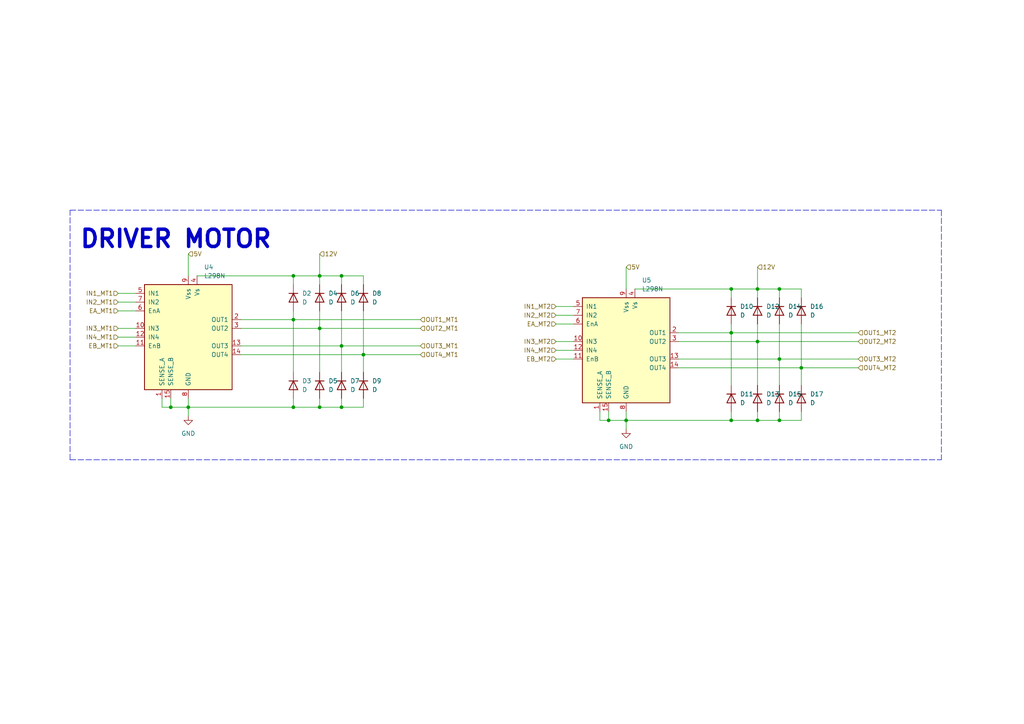
<source format=kicad_sch>
(kicad_sch (version 20211123) (generator eeschema)
  (paper "A4")
  (lib_symbols
    (symbol "Device:D" (pin_numbers hide) (pin_names (offset 1.016) hide)
      (property "Reference" "D" (at 0 2.54 0))
      (property "Value" "D" (at 0 -2.54 0))
      (symbol "D_0_1"
        (polyline (pts (xy -1.27 1.27) (xy -1.27 -1.27)) (stroke (width 0.254)))
        (polyline (pts (xy 1.27 0) (xy -1.27 0)))
        (polyline (pts (xy 1.27 1.27) (xy 1.27 -1.27) (xy -1.27 0) (xy 1.27 1.27)) (stroke (width 0.254)))
      )
      (symbol "D_1_1"
        (pin passive line (at -3.81 0 0) (length 2.54) (name "K") (number "1"))
        (pin passive line (at 3.81 0 180) (length 2.54) (name "A") (number "2"))
      )
    )
    (symbol "Driver_Motor:L298N" (pin_names (offset 1.016))
      (property "Reference" "U" (at -10.16 16.51 0))
      (property "Value" "L298N" (at 12.7 16.51 0))
      (symbol "L298N_0_1"
        (rectangle (start -12.7 15.24) (end 12.7 -15.24) (stroke (width 0.254)) (fill (type background)))
      )
      (symbol "L298N_1_1"
        (pin power_in line (at -7.62 -17.78 90) (length 2.54) (name "SENSE_A") (number "1"))
        (pin input line (at -15.24 2.54 0) (length 2.54) (name "IN3") (number "10"))
        (pin input line (at -15.24 -2.54 0) (length 2.54) (name "EnB") (number "11"))
        (pin input line (at -15.24 0 0) (length 2.54) (name "IN4") (number "12"))
        (pin output line (at 15.24 -2.54 180) (length 2.54) (name "OUT3") (number "13"))
        (pin output line (at 15.24 -5.08 180) (length 2.54) (name "OUT4") (number "14"))
        (pin power_in line (at -5.08 -17.78 90) (length 2.54) (name "SENSE_B") (number "15"))
        (pin output line (at 15.24 5.08 180) (length 2.54) (name "OUT1") (number "2"))
        (pin output line (at 15.24 2.54 180) (length 2.54) (name "OUT2") (number "3"))
        (pin power_in line (at 2.54 17.78 270) (length 2.54) (name "Vs") (number "4"))
        (pin input line (at -15.24 12.7 0) (length 2.54) (name "IN1") (number "5"))
        (pin input line (at -15.24 7.62 0) (length 2.54) (name "EnA") (number "6"))
        (pin input line (at -15.24 10.16 0) (length 2.54) (name "IN2") (number "7"))
        (pin power_in line (at 0 -17.78 90) (length 2.54) (name "GND") (number "8"))
        (pin power_in line (at 0 17.78 270) (length 2.54) (name "Vss") (number "9"))
      )
    )
    (symbol "power:GND" (power) (pin_names (offset 0))
      (property "Value" "GND" (at 0 -3.81 0))
      (symbol "GND_0_1"
        (polyline (pts (xy 0 0) (xy 0 -1.27) (xy 1.27 -1.27) (xy 0 -2.54) (xy -1.27 -1.27) (xy 0 -1.27)))
      )
      (symbol "GND_1_1"
        (pin power_in line (at 0 0 270) (length 0) hide (name "GND") (number "1"))
      )
    )
  )
  (junction (at 226.06 83.82))
  (junction (at 212.09 83.82))
  (junction (at 92.71 95.25))
  (junction (at 219.71 121.92))
  (junction (at 176.53 121.92))
  (junction (at 105.41 102.87))
  (junction (at 92.71 80.01))
  (junction (at 85.09 80.01))
  (junction (at 181.61 121.92))
  (junction (at 92.71 118.11))
  (junction (at 99.06 118.11))
  (junction (at 219.71 83.82))
  (junction (at 219.71 99.06))
  (junction (at 226.06 104.14))
  (junction (at 232.41 106.68))
  (junction (at 212.09 121.92))
  (junction (at 85.09 118.11))
  (junction (at 212.09 96.52))
  (junction (at 49.53 118.11))
  (junction (at 99.06 80.01))
  (junction (at 99.06 100.33))
  (junction (at 54.61 118.11))
  (junction (at 226.06 121.92))
  (junction (at 85.09 92.71))
  (wire (pts (xy 181.61 121.92) (xy 181.61 124.46)))
  (wire (pts (xy 99.06 80.01) (xy 105.41 80.01)))
  (wire (pts (xy 99.06 115.57) (xy 99.06 118.11)))
  (wire (pts (xy 161.29 99.06) (xy 166.37 99.06)))
  (polyline (pts (xy 20.32 60.96) (xy 273.05 60.96)))
  (wire (pts (xy 99.06 118.11) (xy 105.41 118.11)))
  (wire (pts (xy 46.99 118.11) (xy 49.53 118.11)))
  (wire (pts (xy 226.06 121.92) (xy 232.41 121.92)))
  (wire (pts (xy 219.71 121.92) (xy 219.71 119.38)))
  (wire (pts (xy 92.71 90.17) (xy 92.71 95.25)))
  (wire (pts (xy 226.06 93.98) (xy 226.06 104.14)))
  (wire (pts (xy 219.71 93.98) (xy 219.71 99.06)))
  (wire (pts (xy 232.41 121.92) (xy 232.41 119.38)))
  (wire (pts (xy 219.71 99.06) (xy 248.92 99.06)))
  (wire (pts (xy 226.06 104.14) (xy 248.92 104.14)))
  (wire (pts (xy 34.29 85.09) (xy 39.37 85.09)))
  (wire (pts (xy 181.61 121.92) (xy 212.09 121.92)))
  (wire (pts (xy 69.85 100.33) (xy 99.06 100.33)))
  (wire (pts (xy 69.85 92.71) (xy 85.09 92.71)))
  (wire (pts (xy 226.06 83.82) (xy 226.06 86.36)))
  (wire (pts (xy 196.85 96.52) (xy 212.09 96.52)))
  (polyline (pts (xy 20.32 133.35) (xy 20.32 60.96)))
  (wire (pts (xy 54.61 115.57) (xy 54.61 118.11)))
  (wire (pts (xy 196.85 99.06) (xy 219.71 99.06)))
  (wire (pts (xy 99.06 100.33) (xy 99.06 107.95)))
  (wire (pts (xy 196.85 106.68) (xy 232.41 106.68)))
  (wire (pts (xy 85.09 115.57) (xy 85.09 118.11)))
  (wire (pts (xy 212.09 119.38) (xy 212.09 121.92)))
  (wire (pts (xy 46.99 115.57) (xy 46.99 118.11)))
  (wire (pts (xy 161.29 93.98) (xy 166.37 93.98)))
  (wire (pts (xy 232.41 93.98) (xy 232.41 106.68)))
  (wire (pts (xy 85.09 80.01) (xy 92.71 80.01)))
  (wire (pts (xy 161.29 101.6) (xy 166.37 101.6)))
  (wire (pts (xy 219.71 121.92) (xy 226.06 121.92)))
  (wire (pts (xy 105.41 102.87) (xy 121.92 102.87)))
  (wire (pts (xy 34.29 95.25) (xy 39.37 95.25)))
  (wire (pts (xy 99.06 90.17) (xy 99.06 100.33)))
  (wire (pts (xy 85.09 118.11) (xy 92.71 118.11)))
  (wire (pts (xy 184.15 83.82) (xy 212.09 83.82)))
  (wire (pts (xy 226.06 83.82) (xy 232.41 83.82)))
  (wire (pts (xy 85.09 90.17) (xy 85.09 92.71)))
  (wire (pts (xy 181.61 119.38) (xy 181.61 121.92)))
  (wire (pts (xy 34.29 100.33) (xy 39.37 100.33)))
  (wire (pts (xy 196.85 104.14) (xy 226.06 104.14)))
  (wire (pts (xy 49.53 118.11) (xy 54.61 118.11)))
  (wire (pts (xy 219.71 83.82) (xy 226.06 83.82)))
  (wire (pts (xy 105.41 102.87) (xy 105.41 107.95)))
  (wire (pts (xy 105.41 90.17) (xy 105.41 102.87)))
  (wire (pts (xy 92.71 95.25) (xy 92.71 107.95)))
  (wire (pts (xy 92.71 95.25) (xy 121.92 95.25)))
  (wire (pts (xy 69.85 102.87) (xy 105.41 102.87)))
  (wire (pts (xy 105.41 118.11) (xy 105.41 115.57)))
  (wire (pts (xy 161.29 88.9) (xy 166.37 88.9)))
  (wire (pts (xy 34.29 97.79) (xy 39.37 97.79)))
  (wire (pts (xy 219.71 83.82) (xy 219.71 86.36)))
  (wire (pts (xy 232.41 106.68) (xy 248.92 106.68)))
  (wire (pts (xy 232.41 106.68) (xy 232.41 111.76)))
  (wire (pts (xy 212.09 83.82) (xy 212.09 86.36)))
  (wire (pts (xy 54.61 73.66) (xy 54.61 80.01)))
  (wire (pts (xy 226.06 119.38) (xy 226.06 121.92)))
  (wire (pts (xy 92.71 73.66) (xy 92.71 80.01)))
  (wire (pts (xy 212.09 121.92) (xy 219.71 121.92)))
  (wire (pts (xy 92.71 80.01) (xy 99.06 80.01)))
  (wire (pts (xy 161.29 104.14) (xy 166.37 104.14)))
  (wire (pts (xy 34.29 87.63) (xy 39.37 87.63)))
  (wire (pts (xy 85.09 92.71) (xy 85.09 107.95)))
  (wire (pts (xy 212.09 96.52) (xy 248.92 96.52)))
  (wire (pts (xy 99.06 100.33) (xy 121.92 100.33)))
  (wire (pts (xy 49.53 115.57) (xy 49.53 118.11)))
  (wire (pts (xy 176.53 121.92) (xy 181.61 121.92)))
  (wire (pts (xy 176.53 119.38) (xy 176.53 121.92)))
  (wire (pts (xy 161.29 91.44) (xy 166.37 91.44)))
  (wire (pts (xy 54.61 118.11) (xy 85.09 118.11)))
  (polyline (pts (xy 20.32 133.35) (xy 273.05 133.35)))
  (wire (pts (xy 232.41 83.82) (xy 232.41 86.36)))
  (wire (pts (xy 212.09 96.52) (xy 212.09 111.76)))
  (wire (pts (xy 212.09 83.82) (xy 219.71 83.82)))
  (wire (pts (xy 181.61 77.47) (xy 181.61 83.82)))
  (wire (pts (xy 105.41 80.01) (xy 105.41 82.55)))
  (wire (pts (xy 54.61 118.11) (xy 54.61 120.65)))
  (wire (pts (xy 85.09 92.71) (xy 121.92 92.71)))
  (wire (pts (xy 212.09 93.98) (xy 212.09 96.52)))
  (wire (pts (xy 34.29 90.17) (xy 39.37 90.17)))
  (polyline (pts (xy 273.05 60.96) (xy 273.05 133.35)))
  (wire (pts (xy 92.71 80.01) (xy 92.71 82.55)))
  (wire (pts (xy 57.15 80.01) (xy 85.09 80.01)))
  (wire (pts (xy 173.99 119.38) (xy 173.99 121.92)))
  (wire (pts (xy 219.71 99.06) (xy 219.71 111.76)))
  (wire (pts (xy 69.85 95.25) (xy 92.71 95.25)))
  (wire (pts (xy 99.06 80.01) (xy 99.06 82.55)))
  (wire (pts (xy 219.71 77.47) (xy 219.71 83.82)))
  (wire (pts (xy 85.09 80.01) (xy 85.09 82.55)))
  (wire (pts (xy 173.99 121.92) (xy 176.53 121.92)))
  (wire (pts (xy 92.71 118.11) (xy 99.06 118.11)))
  (wire (pts (xy 226.06 104.14) (xy 226.06 111.76)))
  (wire (pts (xy 92.71 118.11) (xy 92.71 115.57)))
  (text "DRIVER MOTOR" (at 22.86 72.39 0) (effects (font (size 5 5) (thickness 1) bold) (justify left bottom)))
  (hierarchical_label "EA_MT2" (shape input) (at 161.29 93.98 180))
  (hierarchical_label "OUT3_MT2" (shape input) (at 248.92 104.14 0))
  (hierarchical_label "IN2_MT1" (shape input) (at 34.29 87.63 180))
  (hierarchical_label "OUT2_MT1" (shape input) (at 121.92 95.25 0))
  (hierarchical_label "OUT2_MT2" (shape input) (at 248.92 99.06 0))
  (hierarchical_label "OUT4_MT1" (shape input) (at 121.92 102.87 0))
  (hierarchical_label "IN4_MT1" (shape input) (at 34.29 97.79 180))
  (hierarchical_label "EA_MT1" (shape input) (at 34.29 90.17 180))
  (hierarchical_label "5V" (shape input) (at 54.61 73.66 0))
  (hierarchical_label "IN2_MT2" (shape input) (at 161.29 91.44 180))
  (hierarchical_label "12V" (shape input) (at 92.71 73.66 0))
  (hierarchical_label "12V" (shape input) (at 219.71 77.47 0))
  (hierarchical_label "OUT1_MT1" (shape input) (at 121.92 92.71 0))
  (hierarchical_label "OUT3_MT1" (shape input) (at 121.92 100.33 0))
  (hierarchical_label "IN3_MT2" (shape input) (at 161.29 99.06 180))
  (hierarchical_label "EB_MT1" (shape input) (at 34.29 100.33 180))
  (hierarchical_label "OUT4_MT2" (shape input) (at 248.92 106.68 0))
  (hierarchical_label "5V" (shape input) (at 181.61 77.47 0))
  (hierarchical_label "IN1_MT1" (shape input) (at 34.29 85.09 180))
  (hierarchical_label "IN3_MT1" (shape input) (at 34.29 95.25 180))
  (hierarchical_label "IN1_MT2" (shape input) (at 161.29 88.9 180))
  (hierarchical_label "IN4_MT2" (shape input) (at 161.29 101.6 180))
  (hierarchical_label "OUT1_MT2" (shape input) (at 248.92 96.52 0))
  (hierarchical_label "EB_MT2" (shape input) (at 161.29 104.14 180))
  (symbol (lib_id "Device:D") (at 232.41 115.57 270) (unit 1)
    (property "Reference" "D17" (at 234.95 114.2999 90) (effects (justify left)))
    (property "Value" "D" (at 234.95 116.8399 90) (effects (justify left)))
    (property "Footprint" "Diode_THT:D_DO-41_SOD81_P7.62mm_Horizontal" (effects hide))
  )
  (symbol (lib_id "Device:D") (at 219.71 115.57 270) (unit 1)
    (property "Reference" "D13" (at 222.25 114.2999 90) (effects (justify left)))
    (property "Value" "D" (at 222.25 116.8399 90) (effects (justify left)))
    (property "Footprint" "Diode_THT:D_DO-41_SOD81_P7.62mm_Horizontal" (effects hide))
  )
  (symbol (lib_id "Device:D") (at 105.41 111.76 270) (unit 1)
    (property "Reference" "D9" (at 107.95 110.4899 90) (effects (justify left)))
    (property "Value" "D" (at 107.95 113.0299 90) (effects (justify left)))
    (property "Footprint" "Diode_THT:D_DO-41_SOD81_P7.62mm_Horizontal" (effects hide))
  )
  (symbol (lib_id "Driver_Motor:L298N") (at 181.61 101.6 0) (unit 1)
    (property "Reference" "U5" (at 186.1694 81.28 0) (effects (justify left)))
    (property "Value" "L298N" (at 186.1694 83.82 0) (effects (justify left)))
    (property "Footprint" "Package_TO_SOT_THT:TO-220-15_P2.54x2.54mm_StaggerOdd_Lead4.58mm_Vertical" (effects hide))
    (property "Datasheet" "http://www.st.com/st-web-ui/static/active/en/resource/technical/document/datasheet/CD00000240.pdf" (effects hide))
  )
  (symbol (lib_id "Device:D") (at 99.06 111.76 270) (unit 1)
    (property "Reference" "D7" (at 101.6 110.4899 90) (effects (justify left)))
    (property "Value" "D" (at 101.6 113.0299 90) (effects (justify left)))
    (property "Footprint" "Diode_THT:D_DO-41_SOD81_P7.62mm_Horizontal" (effects hide))
  )
  (symbol (lib_id "Device:D") (at 219.71 90.17 270) (unit 1)
    (property "Reference" "D12" (at 222.25 88.8999 90) (effects (justify left)))
    (property "Value" "D" (at 222.25 91.4399 90) (effects (justify left)))
    (property "Footprint" "Diode_THT:D_DO-41_SOD81_P7.62mm_Horizontal" (effects hide))
  )
  (symbol (lib_id "Device:D") (at 232.41 90.17 270) (unit 1)
    (property "Reference" "D16" (at 234.95 88.8999 90) (effects (justify left)))
    (property "Value" "D" (at 234.95 91.4399 90) (effects (justify left)))
    (property "Footprint" "Diode_THT:D_DO-41_SOD81_P7.62mm_Horizontal" (effects hide))
  )
  (symbol (lib_id "Device:D") (at 85.09 86.36 270) (unit 1)
    (property "Reference" "D2" (at 87.63 85.0899 90) (effects (justify left)))
    (property "Value" "D" (at 87.63 87.6299 90) (effects (justify left)))
    (property "Footprint" "Diode_THT:D_DO-41_SOD81_P7.62mm_Horizontal" (effects hide))
  )
  (symbol (lib_id "Device:D") (at 99.06 86.36 270) (unit 1)
    (property "Reference" "D6" (at 101.6 85.0899 90) (effects (justify left)))
    (property "Value" "D" (at 101.6 87.6299 90) (effects (justify left)))
    (property "Footprint" "Diode_THT:D_DO-41_SOD81_P7.62mm_Horizontal" (effects hide))
  )
  (symbol (lib_id "Device:D") (at 226.06 90.17 270) (unit 1)
    (property "Reference" "D14" (at 228.6 88.8999 90) (effects (justify left)))
    (property "Value" "D" (at 228.6 91.4399 90) (effects (justify left)))
    (property "Footprint" "Diode_THT:D_DO-41_SOD81_P7.62mm_Horizontal" (effects hide))
  )
  (symbol (lib_id "Device:D") (at 92.71 86.36 270) (unit 1)
    (property "Reference" "D4" (at 95.25 85.0899 90) (effects (justify left)))
    (property "Value" "D" (at 95.25 87.6299 90) (effects (justify left)))
    (property "Footprint" "Diode_THT:D_DO-41_SOD81_P7.62mm_Horizontal" (effects hide))
  )
  (symbol (lib_id "power:GND") (at 181.61 124.46 0) (unit 1)
    (property "Reference" "#PWR0109" (effects hide))
    (property "Value" "GND" (at 181.61 129.54 0))
  )
  (symbol (lib_id "Driver_Motor:L298N") (at 54.61 97.79 0) (unit 1)
    (property "Reference" "U4" (at 59.1694 77.47 0) (effects (justify left)))
    (property "Value" "L298N" (at 59.1694 80.01 0) (effects (justify left)))
    (property "Footprint" "Package_TO_SOT_THT:TO-220-15_P2.54x2.54mm_StaggerOdd_Lead4.58mm_Vertical" (effects hide))
    (property "Datasheet" "http://www.st.com/st-web-ui/static/active/en/resource/technical/document/datasheet/CD00000240.pdf" (effects hide))
  )
  (symbol (lib_id "Device:D") (at 226.06 115.57 270) (unit 1)
    (property "Reference" "D15" (at 228.6 114.2999 90) (effects (justify left)))
    (property "Value" "D" (at 228.6 116.8399 90) (effects (justify left)))
    (property "Footprint" "Diode_THT:D_DO-41_SOD81_P7.62mm_Horizontal" (effects hide))
  )
  (symbol (lib_id "Device:D") (at 212.09 115.57 270) (unit 1)
    (property "Reference" "D11" (at 214.63 114.2999 90) (effects (justify left)))
    (property "Value" "D" (at 214.63 116.8399 90) (effects (justify left)))
    (property "Footprint" "Diode_THT:D_DO-41_SOD81_P7.62mm_Horizontal" (effects hide))
  )
  (symbol (lib_id "Device:D") (at 105.41 86.36 270) (unit 1)
    (property "Reference" "D8" (at 107.95 85.0899 90) (effects (justify left)))
    (property "Value" "D" (at 107.95 87.6299 90) (effects (justify left)))
    (property "Footprint" "Diode_THT:D_DO-41_SOD81_P7.62mm_Horizontal" (effects hide))
  )
  (symbol (lib_id "power:GND") (at 54.61 120.65 0) (unit 1)
    (property "Reference" "#PWR0108" (effects hide))
    (property "Value" "GND" (at 54.61 125.73 0))
  )
  (symbol (lib_id "Device:D") (at 92.71 111.76 270) (unit 1)
    (property "Reference" "D5" (at 95.25 110.4899 90) (effects (justify left)))
    (property "Value" "D" (at 95.25 113.0299 90) (effects (justify left)))
    (property "Footprint" "Diode_THT:D_DO-41_SOD81_P7.62mm_Horizontal" (effects hide))
  )
  (symbol (lib_id "Device:D") (at 212.09 90.17 270) (unit 1)
    (property "Reference" "D10" (at 214.63 88.8999 90) (effects (justify left)))
    (property "Value" "D" (at 214.63 91.4399 90) (effects (justify left)))
    (property "Footprint" "Diode_THT:D_DO-41_SOD81_P7.62mm_Horizontal" (effects hide))
  )
  (symbol (lib_id "Device:D") (at 85.09 111.76 270) (unit 1)
    (property "Reference" "D3" (at 87.63 110.4899 90) (effects (justify left)))
    (property "Value" "D" (at 87.63 113.0299 90) (effects (justify left)))
    (property "Footprint" "Diode_THT:D_DO-41_SOD81_P7.62mm_Horizontal" (effects hide))
  )
)
</source>
